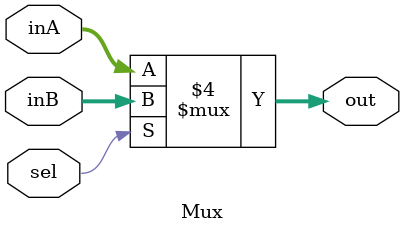
<source format=v>
`timescale 1ns / 1ps

module Mux(out, inA, inB, sel);

    output reg [31:0] out;
    
    input [31:0] inA;
    input [31:0] inB;
    input sel;

    always @(inA, inB, sel) begin
        if (sel == 0) begin
            out <= inA;
        end
        else
            out <= inB;        
    end
    
endmodule




</source>
